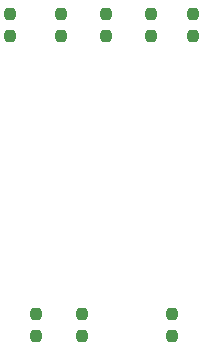
<source format=gbr>
%TF.GenerationSoftware,KiCad,Pcbnew,7.0.1*%
%TF.CreationDate,2023-05-14T00:25:16+09:00*%
%TF.ProjectId,Pmod_7Seg,506d6f64-5f37-4536-9567-2e6b69636164,rev?*%
%TF.SameCoordinates,Original*%
%TF.FileFunction,Paste,Top*%
%TF.FilePolarity,Positive*%
%FSLAX46Y46*%
G04 Gerber Fmt 4.6, Leading zero omitted, Abs format (unit mm)*
G04 Created by KiCad (PCBNEW 7.0.1) date 2023-05-14 00:25:16*
%MOMM*%
%LPD*%
G01*
G04 APERTURE LIST*
G04 Aperture macros list*
%AMRoundRect*
0 Rectangle with rounded corners*
0 $1 Rounding radius*
0 $2 $3 $4 $5 $6 $7 $8 $9 X,Y pos of 4 corners*
0 Add a 4 corners polygon primitive as box body*
4,1,4,$2,$3,$4,$5,$6,$7,$8,$9,$2,$3,0*
0 Add four circle primitives for the rounded corners*
1,1,$1+$1,$2,$3*
1,1,$1+$1,$4,$5*
1,1,$1+$1,$6,$7*
1,1,$1+$1,$8,$9*
0 Add four rect primitives between the rounded corners*
20,1,$1+$1,$2,$3,$4,$5,0*
20,1,$1+$1,$4,$5,$6,$7,0*
20,1,$1+$1,$6,$7,$8,$9,0*
20,1,$1+$1,$8,$9,$2,$3,0*%
G04 Aperture macros list end*
%ADD10RoundRect,0.237500X-0.237500X0.250000X-0.237500X-0.250000X0.237500X-0.250000X0.237500X0.250000X0*%
%ADD11RoundRect,0.237500X0.237500X-0.250000X0.237500X0.250000X-0.237500X0.250000X-0.237500X-0.250000X0*%
G04 APERTURE END LIST*
D10*
%TO.C,R6*%
X149098000Y-69953500D03*
X149098000Y-71778500D03*
%TD*%
D11*
%TO.C,R3*%
X146939000Y-97178500D03*
X146939000Y-95353500D03*
%TD*%
%TO.C,R1*%
X160274000Y-69953500D03*
X160274000Y-71778500D03*
%TD*%
%TO.C,R7*%
X150876000Y-97178500D03*
X150876000Y-95353500D03*
%TD*%
%TO.C,R4*%
X156718000Y-69953500D03*
X156718000Y-71778500D03*
%TD*%
D10*
%TO.C,R5*%
X144780000Y-69953500D03*
X144780000Y-71778500D03*
%TD*%
D11*
%TO.C,R8*%
X158496000Y-97178500D03*
X158496000Y-95353500D03*
%TD*%
%TO.C,R2*%
X152908000Y-71778500D03*
X152908000Y-69953500D03*
%TD*%
M02*

</source>
